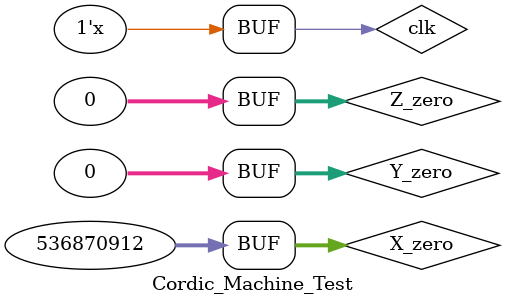
<source format=v>
`timescale 1ns / 1ps


module Cordic_Machine_Test;

	// Inputs
	reg clk;
	reg [31:0] X_zero;
	reg [31:0] Y_zero;
	reg [31:0] Z_zero;

	// Outputs
	wire [31:0] X_n;
	wire [31:0] Y_n;
	wire [31:0] Z_n;

	// Instantiate the Unit Under Test (UUT)
	Cordic_Machine uut (
		.clk(clk), 
		.X_zero(X_zero), 
		.Y_zero(Y_zero), 
		.Z_zero(Z_zero), 
		.X_n(X_n), 
		.Y_n(Y_n), 
		.Z_n(Z_n)
	);

	initial begin
		// Initialize Inputs
		clk = 0;
		X_zero = 0;
		Y_zero = 0;
		Z_zero = 0;

		// Wait 100 ns for global reset to finish
		#10;
		
		clk = 0;
		X_zero = 32'b001_00000000000000000000000000000;
		Y_zero = 0;
		Z_zero = 0;
		
        
		// Add stimulus here

	end
	
		always #50 clk = ~clk;
      
endmodule


</source>
